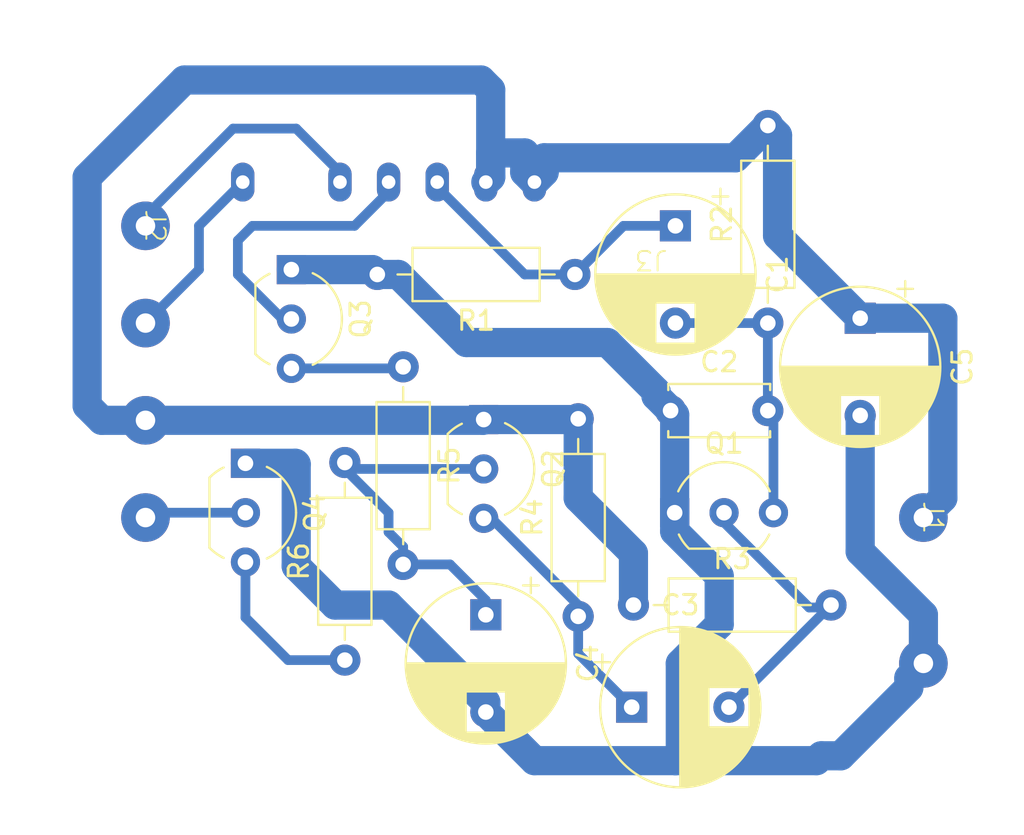
<source format=kicad_pcb>
(kicad_pcb (version 20240108) (generator "pcbnew") (generator_version "8.0")
  (layers (0 "F.Cu" signal) (31 "B.Cu" signal) (34 "B.Paste" user) (35 "F.Paste" user) (36 "B.SilkS" user "B.Silkscreen") (37 "F.SilkS" user "F.Silkscreen") (38 "B.Mask" user) (39 "F.Mask" user) (44 "Edge.Cuts" user))
  (net 0 "")
  (net 1 "Net-(Q1-B)")
  (net 2 "GND")
  (net 3 "Net-(Q1-C)")
  (net 4 "Net-(Q2-B)")
  (net 5 "Net-(Q2-C)")
  (net 6 "VCC")
  (net 7 "Net-(Q3-B)")
  (net 8 "Net-(Q4-B)")
  (net 9 "J3_3")
  (net 10 "J3_6")
  (net 11 "J2_4")
  (net 12 "J3_5")
  (net 13 "J3_4")
  (footprint "Resistor_THT:R_Axial_DIN0207_L6.3mm_D2.5mm_P10.16mm_Horizontal" (layer "F.Cu") (at 140.125 99.625 -90)
    (property "Reference" "R5" (at 5.08 -2.37 90) (layer "F.SilkS"))
    (property "Value" "120")
    (pad "1" thru_hole circle (at 0 0 270) (size 1.6 1.6) (drill 0.8) (layers "*.Cu" "*.Mask") (net 7 "Net-(Q3-B)"))
    (pad "2" thru_hole oval (at 10.16 0 270) (size 1.6 1.6) (drill 0.8) (layers "*.Cu" "*.Mask") (net 5 "Net-(Q2-C)"))
  )
  (footprint "Capacitor_THT:CP_Radial_D8.0mm_P5.00mm" (layer "F.Cu") (at 151.875 117.125)
    (property "Reference" "C3" (at 2.5 -5.25 0) (layer "F.SilkS"))
    (property "Value" "10 uF 16V")
    (pad "1" thru_hole rect (at 0 0) (size 1.6 1.6) (drill 0.8) (layers "*.Cu" "*.Mask") (net 4 "Net-(Q2-B)"))
    (pad "2" thru_hole circle (at 5 0) (size 1.6 1.6) (drill 0.8) (layers "*.Cu" "*.Mask") (net 3 "Net-(Q1-C)"))
  )
  (footprint "Connectors:row_2pin_5mm" (layer "F.Cu") (at 166.875 107.375 -90)
    (property "Reference" "J1" (at 0 -0.5 -90) (layer "F.SilkS") (effects (font (thickness 0.1))))
    (property "Value" "Conn_01x02")
    (pad "1" thru_hole circle (at 0 0 270) (size 2.5 2.5) (drill 1) (layers "*.Cu" "*.Mask") (net 6 "VCC"))
    (pad "2" thru_hole circle (at 7.5 0 270) (size 2.5 2.5) (drill 1) (layers "*.Cu" "*.Mask") (net 2 "GND"))
  )
  (footprint "Connectors:row_4pin_5mm" (layer "F.Cu") (at 126.875 92.375 -90)
    (property "Reference" "J2" (at 0 -0.5 -90) (layer "F.SilkS") (effects (font (thickness 0.1))))
    (property "Value" "Conn_01x04")
    (pad "1" thru_hole circle (at 0 0 270) (size 2.5 2.5) (drill 1) (layers "*.Cu" "*.Mask") (net 12 "J3_5"))
    (pad "2" thru_hole circle (at 5 0 270) (size 2.5 2.5) (drill 1) (layers "*.Cu" "*.Mask") (net 10 "J3_6"))
    (pad "3" thru_hole circle (at 10 0 270) (size 2.5 2.5) (drill 1) (layers "*.Cu" "*.Mask") (net 6 "VCC"))
    (pad "4" thru_hole circle (at 15 0 270) (size 2.5 2.5) (drill 1) (layers "*.Cu" "*.Mask") (net 11 "J2_4"))
  )
  (footprint "Capacitor_THT:CP_Radial_D8.0mm_P5.00mm" (layer "F.Cu") (at 144.375 112.375 -90)
    (property "Reference" "C4" (at 2.5 -5.25 90) (layer "F.SilkS"))
    (property "Value" "470 uF 6.3V")
    (pad "1" thru_hole rect (at 0 0 270) (size 1.6 1.6) (drill 0.8) (layers "*.Cu" "*.Mask") (net 5 "Net-(Q2-C)"))
    (pad "2" thru_hole circle (at 5 0 270) (size 1.6 1.6) (drill 0.8) (layers "*.Cu" "*.Mask") (net 2 "GND"))
  )
  (footprint "Package_TO_SOT_THT:TO-92_Inline_Wide" (layer "F.Cu") (at 144.265 102.335 -90)
    (property "Reference" "Q2" (at 2.54 -3.56 90) (layer "F.SilkS"))
    (property "Value" "2SA1409")
    (pad "1" thru_hole rect (at 0 0 270) (size 1.5 1.5) (drill 0.8) (layers "*.Cu" "*.Mask") (net 6 "VCC"))
    (pad "2" thru_hole circle (at 2.54 0 270) (size 1.5 1.5) (drill 0.8) (layers "*.Cu" "*.Mask") (net 5 "Net-(Q2-C)"))
    (pad "3" thru_hole circle (at 5.08 0 270) (size 1.5 1.5) (drill 0.8) (layers "*.Cu" "*.Mask") (net 4 "Net-(Q2-B)"))
  )
  (footprint "Resistor_THT:R_Axial_DIN0207_L6.3mm_D2.5mm_P10.16mm_Horizontal" (layer "F.Cu") (at 151.965 111.875)
    (property "Reference" "R3" (at 5.08 -2.37 0) (layer "F.SilkS"))
    (property "Value" "2.4k")
    (pad "1" thru_hole circle (at 0 0) (size 1.6 1.6) (drill 0.8) (layers "*.Cu" "*.Mask") (net 6 "VCC"))
    (pad "2" thru_hole oval (at 10.16 0) (size 1.6 1.6) (drill 0.8) (layers "*.Cu" "*.Mask") (net 3 "Net-(Q1-C)"))
  )
  (footprint "Package_TO_SOT_THT:TO-92_Inline_Wide" (layer "F.Cu") (at 134.375 94.625 -90)
    (property "Reference" "Q3" (at 2.54 -3.56 90) (layer "F.SilkS"))
    (property "Value" "2SD1513")
    (pad "1" thru_hole rect (at 0 0 270) (size 1.5 1.5) (drill 0.8) (layers "*.Cu" "*.Mask") (net 2 "GND"))
    (pad "2" thru_hole circle (at 2.54 0 270) (size 1.5 1.5) (drill 0.8) (layers "*.Cu" "*.Mask") (net 13 "J3_4"))
    (pad "3" thru_hole circle (at 5.08 0 270) (size 1.5 1.5) (drill 0.8) (layers "*.Cu" "*.Mask") (net 7 "Net-(Q3-B)"))
  )
  (footprint "Resistor_THT:R_Axial_DIN0207_L6.3mm_D2.5mm_P10.16mm_Horizontal" (layer "F.Cu") (at 158.875 97.375 90)
    (property "Reference" "R2" (at 5.08 -2.37 90) (layer "F.SilkS"))
    (property "Value" "820k 5%")
    (pad "1" thru_hole circle (at 0 0 90) (size 1.6 1.6) (drill 0.8) (layers "*.Cu" "*.Mask") (net 1 "Net-(Q1-B)"))
    (pad "2" thru_hole oval (at 10.16 0 90) (size 1.6 1.6) (drill 0.8) (layers "*.Cu" "*.Mask") (net 6 "VCC"))
  )
  (footprint "Capacitor_THT:CP_Radial_D8.0mm_P5.00mm" (layer "F.Cu") (at 154.125 92.375 -90)
    (property "Reference" "C1" (at 2.5 -5.25 90) (layer "F.SilkS"))
    (property "Value" "10 uF 16V")
    (pad "1" thru_hole rect (at 0 0 270) (size 1.6 1.6) (drill 0.8) (layers "*.Cu" "*.Mask") (net 9 "J3_3"))
    (pad "2" thru_hole circle (at 5 0 270) (size 1.6 1.6) (drill 0.8) (layers "*.Cu" "*.Mask") (net 1 "Net-(Q1-B)"))
  )
  (footprint "Connectors:row_6pin_combined" (layer "F.Cu") (at 146.875 90.125 180)
    (property "Reference" "J3" (at -6 -4 180) (layer "F.SilkS") (effects (font (thickness 0.1))))
    (property "Value" "Conn_01x06")
    (pad "1" thru_hole oval (at 0 0 180) (size 1.2 2) (drill 0.7) (layers "*.Cu" "*.Mask") (net 6 "VCC"))
    (pad "2" thru_hole oval (at 2.5 0 180) (size 1.2 2) (drill 0.7) (layers "*.Cu" "B.Mask") (net 6 "VCC"))
    (pad "3" thru_hole oval (at 5 0 180) (size 1.2 2) (drill 0.7) (layers "*.Cu" "*.Mask") (net 9 "J3_3"))
    (pad "4" thru_hole oval (at 7.5 0 180) (size 1.2 2) (drill 0.7) (layers "*.Cu" "*.Mask") (net 13 "J3_4"))
    (pad "5" thru_hole oval (at 10 0 180) (size 1.2 2) (drill 0.7) (layers "*.Cu" "*.Mask") (net 12 "J3_5"))
    (pad "6" thru_hole oval (at 15 0 180) (size 1.2 2) (drill 0.7) (layers "*.Cu" "*.Mask") (net 10 "J3_6"))
  )
  (footprint "Package_TO_SOT_THT:TO-92_Inline_Wide" (layer "F.Cu") (at 154.085 107.125)
    (property "Reference" "Q1" (at 2.54 -3.56 0) (layer "F.SilkS"))
    (property "Value" "2SC945")
    (pad "1" thru_hole rect (at 0 0) (size 1.5 1.5) (drill 0.8) (layers "*.Cu" "*.Mask") (net 2 "GND"))
    (pad "2" thru_hole circle (at 2.54 0) (size 1.5 1.5) (drill 0.8) (layers "*.Cu" "*.Mask") (net 3 "Net-(Q1-C)"))
    (pad "3" thru_hole circle (at 5.08 0) (size 1.5 1.5) (drill 0.8) (layers "*.Cu" "*.Mask") (net 1 "Net-(Q1-B)"))
  )
  (footprint "Resistor_THT:R_Axial_DIN0207_L6.3mm_D2.5mm_P10.16mm_Horizontal" (layer "F.Cu") (at 148.955 94.875 180)
    (property "Reference" "R1" (at 5.08 -2.37 360) (layer "F.SilkS"))
    (property "Value" "56k 5%")
    (pad "1" thru_hole circle (at 0 0 180) (size 1.6 1.6) (drill 0.8) (layers "*.Cu" "*.Mask") (net 9 "J3_3"))
    (pad "2" thru_hole oval (at 10.16 0 180) (size 1.6 1.6) (drill 0.8) (layers "*.Cu" "*.Mask") (net 2 "GND"))
  )
  (footprint "Resistor_THT:R_Axial_DIN0207_L6.3mm_D2.5mm_P10.16mm_Horizontal" (layer "F.Cu") (at 137.125 114.705 90)
    (property "Reference" "R6" (at 5.08 -2.37 90) (layer "F.SilkS"))
    (property "Value" "47")
    (pad "1" thru_hole circle (at 0 0 90) (size 1.6 1.6) (drill 0.8) (layers "*.Cu" "*.Mask") (net 8 "Net-(Q4-B)"))
    (pad "2" thru_hole oval (at 10.16 0 90) (size 1.6 1.6) (drill 0.8) (layers "*.Cu" "*.Mask") (net 5 "Net-(Q2-C)"))
  )
  (footprint "Capacitor_THT:C_Disc_D5.0mm_W2.5mm_P5.00mm" (layer "F.Cu") (at 153.875 101.875)
    (property "Reference" "C2" (at 2.5 -2.5 0) (layer "F.SilkS"))
    (property "Value" "10 nF")
    (pad "1" thru_hole circle (at 0 0) (size 1.6 1.6) (drill 0.8) (layers "*.Cu" "*.Mask") (net 2 "GND"))
    (pad "2" thru_hole circle (at 5 0) (size 1.6 1.6) (drill 0.8) (layers "*.Cu" "*.Mask") (net 1 "Net-(Q1-B)"))
  )
  (footprint "Package_TO_SOT_THT:TO-92_Inline_Wide" (layer "F.Cu") (at 132.015 104.585 -90)
    (property "Reference" "Q4" (at 2.54 -3.56 90) (layer "F.SilkS"))
    (property "Value" "2SD1513")
    (pad "1" thru_hole rect (at 0 0 270) (size 1.5 1.5) (drill 0.8) (layers "*.Cu" "*.Mask") (net 2 "GND"))
    (pad "2" thru_hole circle (at 2.54 0 270) (size 1.5 1.5) (drill 0.8) (layers "*.Cu" "*.Mask") (net 11 "J2_4"))
    (pad "3" thru_hole circle (at 5.08 0 270) (size 1.5 1.5) (drill 0.8) (layers "*.Cu" "*.Mask") (net 8 "Net-(Q4-B)"))
  )
  (footprint "Capacitor_THT:CP_Radial_D8.0mm_P5.00mm" (layer "F.Cu") (at 163.625 97.125 -90)
    (property "Reference" "C5" (at 2.5 -5.25 90) (layer "F.SilkS"))
    (property "Value" "100 uF 10V")
    (pad "1" thru_hole rect (at 0 0 270) (size 1.6 1.6) (drill 0.8) (layers "*.Cu" "*.Mask") (net 6 "VCC"))
    (pad "2" thru_hole circle (at 5 0 270) (size 1.6 1.6) (drill 0.8) (layers "*.Cu" "*.Mask") (net 2 "GND"))
  )
  (footprint "Resistor_THT:R_Axial_DIN0207_L6.3mm_D2.5mm_P10.16mm_Horizontal" (layer "F.Cu") (at 149.125 112.455 90)
    (property "Reference" "R4" (at 5.08 -2.37 90) (layer "F.SilkS"))
    (property "Value" "24k")
    (pad "1" thru_hole circle (at 0 0 90) (size 1.6 1.6) (drill 0.8) (layers "*.Cu" "*.Mask") (net 4 "Net-(Q2-B)"))
    (pad "2" thru_hole oval (at 10.16 0 90) (size 1.6 1.6) (drill 0.8) (layers "*.Cu" "*.Mask") (net 6 "VCC"))
  )
  (segment (start 159.165 107.125) (end 159.165 102.165) (width 0.5) (layer "B.Cu") (net 1))
  (segment (start 158.875 97.375) (end 154.125 97.375) (width 0.5) (layer "B.Cu") (net 1))
  (segment (start 158.875 101.875) (end 158.875 97.375) (width 0.5) (layer "B.Cu") (net 1))
  (segment (start 159.165 102.165) (end 158.875 101.875) (width 0.5) (layer "B.Cu") (net 1))
  (segment (start 144.375 117.375) (end 144.375 116.875) (width 1.5) (layer "B.Cu") (net 2))
  (segment (start 139.875 94.875) (end 138.795 94.875) (width 1.5) (layer "B.Cu") (net 2))
  (segment (start 161.625 119.625) (end 161.375 119.875) (width 1.5) (layer "B.Cu") (net 2))
  (segment (start 166.125 115.625) (end 166.125 116.125) (width 1.5) (layer "B.Cu") (net 2))
  (segment (start 156.375 110.375) (end 156.375 112.875) (width 1.5) (layer "B.Cu") (net 2))
  (segment (start 163.625 102.125) (end 163.625 109.125) (width 1.5) (layer "B.Cu") (net 2))
  (segment (start 150.625 98.375) (end 143.375 98.375) (width 1.5) (layer "B.Cu") (net 2))
  (segment (start 138.545 94.625) (end 134.375 94.625) (width 1.5) (layer "B.Cu") (net 2))
  (segment (start 166.875 112.375) (end 166.875 114.875) (width 1.5) (layer "B.Cu") (net 2))
  (segment (start 153.875 101.875) (end 153.125 101.125) (width 1.5) (layer "B.Cu") (net 2))
  (segment (start 154.375 119.625) (end 154.125 119.875) (width 1.5) (layer "B.Cu") (net 2))
  (segment (start 154.085 107.125) (end 154.085 102.085) (width 1.5) (layer "B.Cu") (net 2))
  (segment (start 153.125 100.875) (end 150.625 98.375) (width 1.5) (layer "B.Cu") (net 2))
  (segment (start 146.875 119.875) (end 144.375 117.375) (width 1.5) (layer "B.Cu") (net 2))
  (segment (start 166.875 114.875) (end 166.125 115.625) (width 1.5) (layer "B.Cu") (net 2))
  (segment (start 134.625 109.875) (end 134.625 104.625) (width 1.5) (layer "B.Cu") (net 2))
  (segment (start 154.375 114.875) (end 154.375 119.625) (width 1.5) (layer "B.Cu") (net 2))
  (segment (start 154.085 107.125) (end 154.085 108.085) (width 1.5) (layer "B.Cu") (net 2))
  (segment (start 166.125 116.125) (end 162.625 119.625) (width 1.5) (layer "B.Cu") (net 2))
  (segment (start 153.125 101.125) (end 153.125 100.875) (width 1.5) (layer "B.Cu") (net 2))
  (segment (start 136.625 111.875) (end 134.625 109.875) (width 1.5) (layer "B.Cu") (net 2))
  (segment (start 163.625 109.125) (end 166.875 112.375) (width 1.5) (layer "B.Cu") (net 2))
  (segment (start 161.375 119.875) (end 154.125 119.875) (width 1.5) (layer "B.Cu") (net 2))
  (segment (start 139.375 111.875) (end 136.625 111.875) (width 1.5) (layer "B.Cu") (net 2))
  (segment (start 134.625 104.625) (end 134.585 104.585) (width 1.5) (layer "B.Cu") (net 2))
  (segment (start 138.795 94.875) (end 138.545 94.625) (width 1.5) (layer "B.Cu") (net 2))
  (segment (start 143.375 98.375) (end 139.875 94.875) (width 1.5) (layer "B.Cu") (net 2))
  (segment (start 144.375 116.875) (end 139.375 111.875) (width 1.5) (layer "B.Cu") (net 2))
  (segment (start 154.125 119.875) (end 146.875 119.875) (width 1.5) (layer "B.Cu") (net 2))
  (segment (start 154.085 102.085) (end 153.875 101.875) (width 1.5) (layer "B.Cu") (net 2))
  (segment (start 134.585 104.585) (end 132.015 104.585) (width 1.5) (layer "B.Cu") (net 2))
  (segment (start 156.375 112.875) (end 154.375 114.875) (width 1.5) (layer "B.Cu") (net 2))
  (segment (start 162.625 119.625) (end 161.625 119.625) (width 1.5) (layer "B.Cu") (net 2))
  (segment (start 154.085 108.085) (end 156.375 110.375) (width 1.5) (layer "B.Cu") (net 2))
  (segment (start 162.125 111.875) (end 162 112) (width 0.2) (layer "B.Cu") (net 3))
  (segment (start 161 112) (end 156.625 107.625) (width 0.5) (layer "B.Cu") (net 3))
  (segment (start 162 112) (end 161 112) (width 0.5) (layer "B.Cu") (net 3))
  (segment (start 156.875 117.125) (end 162.125 111.875) (width 0.5) (layer "B.Cu") (net 3))
  (segment (start 156.625 107.625) (end 156.625 107.125) (width 0.2) (layer "B.Cu") (net 3))
  (segment (start 149.125 111.875) (end 144.665 107.415) (width 0.5) (layer "B.Cu") (net 4))
  (segment (start 149.125 112.455) (end 149.125 111.875) (width 0.2) (layer "B.Cu") (net 4))
  (segment (start 144.665 107.415) (end 144.265 107.415) (width 0.2) (layer "B.Cu") (net 4))
  (segment (start 149.125 114.375) (end 149.125 112.455) (width 0.5) (layer "B.Cu") (net 4))
  (segment (start 151.875 117.125) (end 149.125 114.375) (width 0.5) (layer "B.Cu") (net 4))
  (segment (start 139.375 108.125) (end 140.125 108.875) (width 0.5) (layer "B.Cu") (net 5))
  (segment (start 140.125 108.875) (end 140.125 109.785) (width 0.5) (layer "B.Cu") (net 5))
  (segment (start 137.125 104.545) (end 137.29 104.71) (width 0.5) (layer "B.Cu") (net 5))
  (segment (start 137.455 104.875) (end 137.125 104.545) (width 0.5) (layer "B.Cu") (net 5))
  (segment (start 142.535 109.785) (end 144.375 111.625) (width 0.5) (layer "B.Cu") (net 5))
  (segment (start 144.375 111.625) (end 144.375 112.375) (width 0.5) (layer "B.Cu") (net 5))
  (segment (start 144.265 104.875) (end 137.455 104.875) (width 0.5) (layer "B.Cu") (net 5))
  (segment (start 140.125 109.785) (end 142.535 109.785) (width 0.5) (layer "B.Cu") (net 5))
  (segment (start 139.375 107.125) (end 139.375 108.125) (width 0.5) (layer "B.Cu") (net 5))
  (segment (start 137.29 104.71) (end 137.29 105.04) (width 0.5) (layer "B.Cu") (net 5))
  (segment (start 137.29 105.04) (end 139.375 107.125) (width 0.5) (layer "B.Cu") (net 5))
  (segment (start 123.875 101.625) (end 124.625 102.375) (width 1.5) (layer "B.Cu") (net 6))
  (segment (start 146.875 90.125) (end 146.375 89.625) (width 1.5) (layer "B.Cu") (net 6))
  (segment (start 157.215 88.875) (end 147.375 88.875) (width 1.5) (layer "B.Cu") (net 6))
  (segment (start 124.625 102.375) (end 126.875 102.375) (width 1.5) (layer "B.Cu") (net 6))
  (segment (start 149.125 106.375) (end 151.965 109.215) (width 1.5) (layer "B.Cu") (net 6))
  (segment (start 146.375 88.625) (end 144.625 88.625) (width 1.5) (layer "B.Cu") (net 6))
  (segment (start 163.625 97.125) (end 159.375 92.875) (width 1.5) (layer "B.Cu") (net 6))
  (segment (start 167.875 97.125) (end 167.875 106.375) (width 1.5) (layer "B.Cu") (net 6))
  (segment (start 144.625 89.875) (end 144.625 85.375) (width 1.5) (layer "B.Cu") (net 6))
  (segment (start 144.265 102.335) (end 149.085 102.335) (width 1.5) (layer "B.Cu") (net 6))
  (segment (start 146.375 89.625) (end 146.375 88.625) (width 1.5) (layer "B.Cu") (net 6))
  (segment (start 149.085 102.335) (end 149.125 102.295) (width 1.5) (layer "B.Cu") (net 6))
  (segment (start 144.225 102.375) (end 144.265 102.335) (width 1.5) (layer "B.Cu") (net 6))
  (segment (start 123.875 89.875) (end 123.875 101.625) (width 1.5) (layer "B.Cu") (net 6))
  (segment (start 149.125 102.295) (end 149.125 106.375) (width 1.5) (layer "B.Cu") (net 6))
  (segment (start 151.965 109.215) (end 151.965 111.875) (width 1.5) (layer "B.Cu") (net 6))
  (segment (start 147.375 89.625) (end 146.875 90.125) (width 1.5) (layer "B.Cu") (net 6))
  (segment (start 128.875 84.875) (end 123.875 89.875) (width 1.5) (layer "B.Cu") (net 6))
  (segment (start 159.375 87.715) (end 158.875 87.215) (width 1.5) (layer "B.Cu") (net 6))
  (segment (start 144.125 84.875) (end 128.875 84.875) (width 1.5) (layer "B.Cu") (net 6))
  (segment (start 126.875 102.375) (end 144.225 102.375) (width 1.5) (layer "B.Cu") (net 6))
  (segment (start 144.625 88.625) (end 144.625 89.875) (width 1.5) (layer "B.Cu") (net 6))
  (segment (start 167.875 106.375) (end 166.875 107.375) (width 1.5) (layer "B.Cu") (net 6))
  (segment (start 158.875 87.215) (end 157.215 88.875) (width 1.5) (layer "B.Cu") (net 6))
  (segment (start 163.625 97.125) (end 167.875 97.125) (width 1.5) (layer "B.Cu") (net 6))
  (segment (start 144.625 89.875) (end 144.375 90.125) (width 1.5) (layer "B.Cu") (net 6))
  (segment (start 147.375 88.875) (end 147.375 89.625) (width 1.5) (layer "B.Cu") (net 6))
  (segment (start 144.625 85.375) (end 144.125 84.875) (width 1.5) (layer "B.Cu") (net 6))
  (segment (start 159.375 92.875) (end 159.375 87.715) (width 1.5) (layer "B.Cu") (net 6))
  (segment (start 134.375 99.705) (end 140.045 99.705) (width 0.5) (layer "B.Cu") (net 7))
  (segment (start 140.045 99.705) (end 140.125 99.625) (width 0.5) (layer "B.Cu") (net 7))
  (segment (start 134.205 114.705) (end 132.015 112.515) (width 0.5) (layer "B.Cu") (net 8))
  (segment (start 137.125 114.705) (end 134.205 114.705) (width 0.5) (layer "B.Cu") (net 8))
  (segment (start 132.015 112.515) (end 132.015 109.665) (width 0.5) (layer "B.Cu") (net 8))
  (segment (start 141.875 90.375) (end 141.875 90.125) (width 0.5) (layer "B.Cu") (net 9))
  (segment (start 146.375 94.875) (end 141.875 90.375) (width 0.5) (layer "B.Cu") (net 9))
  (segment (start 151.455 92.375) (end 154.125 92.375) (width 0.5) (layer "B.Cu") (net 9))
  (segment (start 148.955 94.875) (end 151.455 92.375) (width 0.5) (layer "B.Cu") (net 9))
  (segment (start 148.955 94.875) (end 146.375 94.875) (width 0.5) (layer "B.Cu") (net 9))
  (segment (start 126.875 97.375) (end 129.625 94.625) (width 0.5) (layer "B.Cu") (net 10))
  (segment (start 129.625 94.625) (end 129.625 92.375) (width 0.5) (layer "B.Cu") (net 10))
  (segment (start 129.625 92.375) (end 131.875 90.125) (width 0.5) (layer "B.Cu") (net 10))
  (segment (start 132.015 107.125) (end 127.125 107.125) (width 0.5) (layer "B.Cu") (net 11))
  (segment (start 127.125 107.125) (end 126.875 107.375) (width 0.5) (layer "B.Cu") (net 11))
  (segment (start 131.375 87.375) (end 134.625 87.375) (width 0.5) (layer "B.Cu") (net 12))
  (segment (start 126.875 91.875) (end 131.375 87.375) (width 0.5) (layer "B.Cu") (net 12))
  (segment (start 136.875 89.625) (end 136.875 90.125) (width 0.5) (layer "B.Cu") (net 12))
  (segment (start 126.875 92.375) (end 126.875 91.875) (width 0.5) (layer "B.Cu") (net 12))
  (segment (start 134.625 87.375) (end 136.875 89.625) (width 0.5) (layer "B.Cu") (net 12))
  (segment (start 134.375 97.165) (end 133.915 97.165) (width 0.5) (layer "B.Cu") (net 13))
  (segment (start 137.625 92.375) (end 139.375 90.625) (width 0.5) (layer "B.Cu") (net 13))
  (segment (start 131.625 94.875) (end 131.625 93.125) (width 0.5) (layer "B.Cu") (net 13))
  (segment (start 139.375 90.625) (end 139.375 90.125) (width 0.5) (layer "B.Cu") (net 13))
  (segment (start 132.375 92.375) (end 137.625 92.375) (width 0.5) (layer "B.Cu") (net 13))
  (segment (start 131.625 93.125) (end 132.375 92.375) (width 0.5) (layer "B.Cu") (net 13))
  (segment (start 133.915 97.165) (end 131.625 94.875) (width 0.5) (layer "B.Cu") (net 13))
)
</source>
